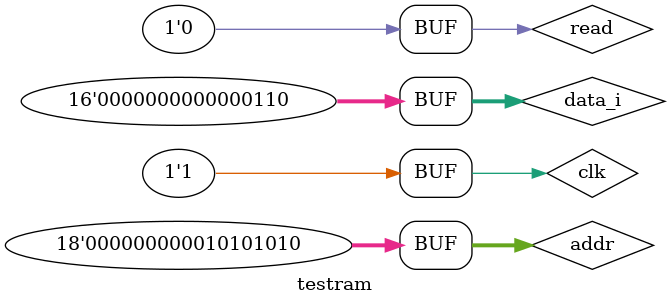
<source format=v>
`timescale 1ns / 1ps


module testram;

	// Inputs
	reg clk;
	reg read;
	reg [17:0] addr;
	reg [15:0] data_i;

	// Outputs
	wire [15:0] data_o;
	wire [17:0] RamAddr;
	wire RamOE;
	wire RamWE;
	wire RamEN;

	// Bidirs
	wire [15:0] RamData;

	// Instantiate the Unit Under Test (UUT)
	RAM uut (
		.clk(clk), 
		.read(read), 
		.addr(addr), 
		.data_i(data_i), 
		.data_o(data_o), 
		.RamAddr(RamAddr), 
		.RamData(RamData), 
		.RamOE(RamOE), 
		.RamWE(RamWE), 
		.RamEN(RamEN)
	);

	initial begin
		// Initialize Inputs
		clk = 0;
		read = 0;
		addr = 18'b000000000010101010;
		data_i = 16'h0006;

		// Wait 100 ns for global reset to finish
		#100;
        
		// Add stimulus here
		clk = 1;
	end
      
endmodule


</source>
